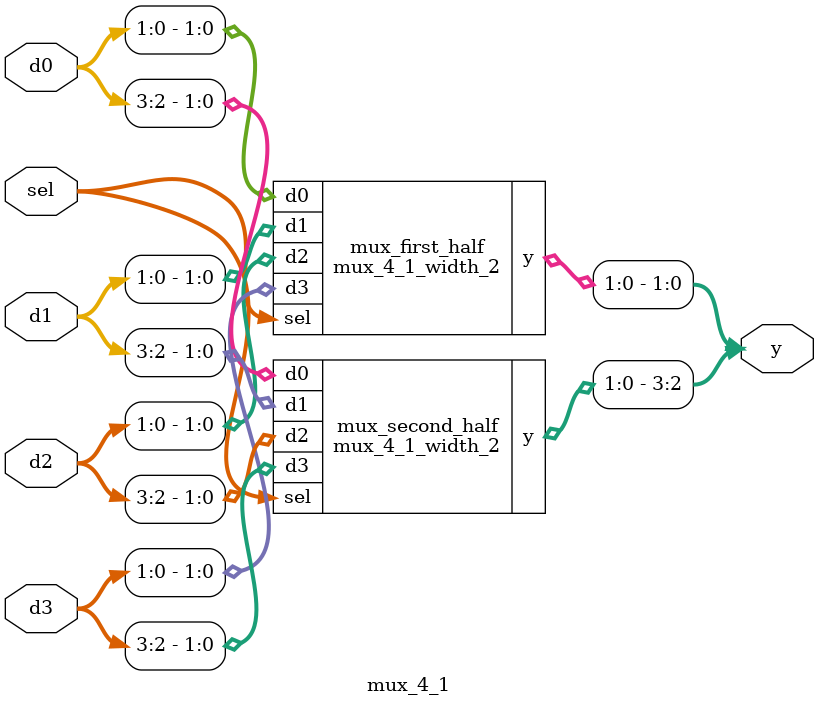
<source format=sv>

module mux_4_1_width_2
(
  input  [1:0] d0, d1, d2, d3,
  input  [1:0] sel,
  output [1:0] y
);

  assign y = sel [1] ? (sel [0] ? d3 : d2)
                     : (sel [0] ? d1 : d0);

endmodule

//----------------------------------------------------------------------------
// Task
//----------------------------------------------------------------------------

module mux_4_1
(
  input  [3:0] d0, d1, d2, d3,
  input  [1:0] sel,
  output [3:0] y
);

  mux_4_1_width_2 mux_first_half (
    .d0(d0[1:0]),
    .d1(d1[1:0]),
    .d2(d2[1:0]),
    .d3(d3[1:0]),
    .sel(sel),
    .y(y[1:0])
  );

  mux_4_1_width_2 mux_second_half (
    .d0(d0[3:2]),
    .d1(d1[3:2]),
    .d2(d2[3:2]),
    .d3(d3[3:2]),
    .sel(sel),
    .y(y[3:2])
  );

  // Task:
  // Implement mux_4_1 with 4-bit data
  // using two instances of mux_4_1_width_2 with 2-bit data

endmodule

</source>
